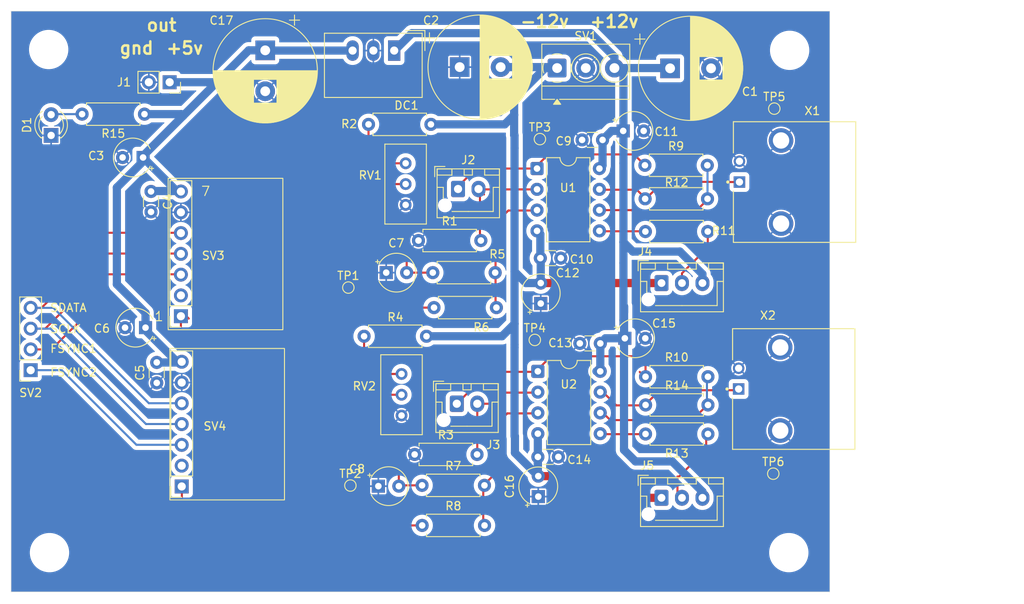
<source format=kicad_pcb>
(kicad_pcb (version 20241229) (generator "pcbnew") (generator_version "9.0")
  (title_block (comment 4 "AISLER Project ID: ZJXZEPLG"))
  (layers (0 "F.Cu" signal) (2 "B.Cu" signal) (13 "F.Paste" user) (15 "B.Paste" user) (5 "F.SilkS" user "F.Silkscreen") (7 "B.SilkS" user "B.Silkscreen") (1 "F.Mask" user) (3 "B.Mask" user) (25 "Edge.Cuts" user))
  (net 0 "")
  (net 1 "GND")
  (net 2 "Net-(U1B--)")
  (net 3 "Net-(U1B-+)")
  (net 4 "Net-(J3-Pin_1)")
  (net 5 "Net-(C7-Pad2)")
  (net 6 "Net-(U1A-+)")
  (net 7 "Net-(C8-Pad2)")
  (net 8 "Net-(J3-Pin_2)")
  (net 9 "Net-(J2-Pin_2)")
  (net 10 "Net-(J2-Pin_1)")
  (net 11 "Net-(J5-Pin_2)")
  (net 12 "Net-(J4-Pin_2)")
  (net 13 "Net-(U2B--)")
  (net 14 "Net-(U2B-+)")
  (net 15 "Net-(U2A-+)")
  (net 16 "/-12v")
  (net 17 "/+5v")
  (net 18 "/+12v")
  (net 19 "Net-(R12-Pad1)")
  (net 20 "Net-(SV2-Pin_2)")
  (net 21 "Net-(SV2-Pin_3)")
  (net 22 "Net-(SV2-Pin_4)")
  (net 23 "Net-(D1-A)")
  (net 24 "Net-(SV2-Pin_1)")
  (net 25 "Net-(R2-Pad2)")
  (net 26 "Net-(SV3-Pin_1)")
  (net 27 "Net-(SV4-Pin_1)")
  (net 30 "Net-(R4-Pad2)")
  (net 31 "Net-(R14-Pad1)")
  (footprint "Resistor_THT:R_Axial_DIN0207_L6.3mm_D2.5mm_P7.62mm_Horizontal" (layer "F.Cu") (at 147.8 123.7)
    (property "Reference" "R3")
    (property "Value" "330")
  )
  (footprint "Resistor_THT:R_Axial_DIN0207_L6.3mm_D2.5mm_P7.62mm_Horizontal" (layer "F.Cu") (at 149.785 83.35 180)
    (property "Reference" "R2")
    (property "Value" "680")
  )
  (footprint "Capacitor_THT:C_Disc_D3.0mm_W1.6mm_P2.50mm" (layer "F.Cu") (at 116.3 114.95 90)
    (property "Reference" "C5")
    (property "Value" "100nF")
  )
  (footprint "Capacitor_THT:C_Disc_D3.0mm_W1.6mm_P2.50mm" (layer "F.Cu") (at 115.6 91.55 -90)
    (property "Reference" "C4")
    (property "Value" "100nF")
  )
  (footprint "Capacitor_THT:CP_Radial_Tantal_D4.5mm_P2.50mm" (layer "F.Cu") (at 114.628856 87.4 180)
    (property "Reference" "C3")
    (property "Value" "10uF" (hide yes))
  )
  (footprint "TestPoint:TestPoint_Pad_D1.0mm" (layer "F.Cu") (at 191.725 81.425)
    (property "Reference" "TP5")
    (property "Value" "TestPoint_Small" (hide yes))
  )
  (footprint "TestPoint:TestPoint_Pad_D1.0mm" (layer "F.Cu") (at 139.7 103.3)
    (property "Reference" "TP1")
    (property "Value" "TestPoint_Small" (hide yes))
  )
  (footprint "Capacitor_THT:C_Disc_D3.0mm_W1.6mm_P2.50mm" (layer "F.Cu") (at 163.15 99.7)
    (property "Reference" "C10")
    (property "Value" "0.01uF" (hide yes))
  )
  (footprint "Capacitor_THT:CP_Radial_Tantal_D4.5mm_P2.50mm" (layer "F.Cu") (at 173.471144 109.5)
    (property "Reference" "C15")
    (property "Value" "2.2uF" (hide yes))
  )
  (footprint "Connector_JST:JST_XH_B3B-XH-AM_1x03_P2.50mm_Vertical" (layer "F.Cu") (at 177.95 129)
    (property "Reference" "J5")
    (property "Value" "offset")
  )
  (footprint "Resistor_THT:R_Axial_DIN0207_L6.3mm_D2.5mm_P7.62mm_Horizontal" (layer "F.Cu") (at 148.265 97.55)
    (property "Reference" "R1")
    (property "Value" "330")
  )
  (footprint "Capacitor_THT:CP_Radial_Tantal_D4.5mm_P2.50mm" (layer "F.Cu") (at 144.326144 101.475)
    (property "Reference" "C7")
    (property "Value" "10uF" (hide yes))
  )
  (footprint "TestPoint:TestPoint_Pad_D1.0mm" (layer "F.Cu") (at 139.95 127.5)
    (property "Reference" "TP2")
    (property "Value" "TestPoint_Small" (hide yes))
  )
  (footprint "TestPoint:TestPoint_Pad_D1.0mm" (layer "F.Cu") (at 163.1 85.15)
    (property "Reference" "TP3")
    (property "Value" "TestPoint_Small" (hide yes))
  )
  (footprint "TestPoint:TestPoint_Pad_D1.0mm" (layer "F.Cu") (at 191.6 126.05)
    (property "Reference" "TP6")
    (property "Value" "TestPoint_Small" (hide yes))
  )
  (footprint "Connector_JST:JST_XH_B3B-XH-AM_1x03_P2.50mm_Vertical" (layer "F.Cu") (at 177.95 102.75)
    (property "Reference" "J4")
    (property "Value" "offset")
  )
  (footprint "Potentiometer_THT:Potentiometer_Bourns_3296W_Vertical" (layer "F.Cu") (at 146.7 93.19 -90)
    (property "Reference" "RV1")
    (property "Value" "2k" (hide yes))
  )
  (footprint "Capacitor_THT:CP_Radial_D12.5mm_P5.00mm" (layer "F.Cu") (at 153.3 76.35)
    (property "Reference" "C2")
    (property "Value" "470uF")
  )
  (footprint "Capacitor_THT:CP_Radial_Tantal_D4.5mm_P2.50mm" (layer "F.Cu") (at 114.928856 108.2 180)
    (property "Reference" "C6")
    (property "Value" "10uF" (hide yes))
  )
  (footprint "Resistor_THT:R_Axial_DIN0207_L6.3mm_D2.5mm_P7.62mm_Horizontal" (layer "F.Cu") (at 148.715 132.375)
    (property "Reference" "R8")
    (property "Value" "1k")
  )
  (footprint "Capacitor_THT:CP_Radial_Tantal_D4.5mm_P2.50mm" (layer "F.Cu") (at 173.271144 84.15)
    (property "Reference" "C11")
    (property "Value" "2.2uF" (hide yes))
  )
  (footprint "Connector_JST:JST_XH_B2B-XH-AM_1x02_P2.50mm_Vertical" (layer "F.Cu") (at 153.1 91.25)
    (property "Reference" "J2")
    (property "Value" "Amplitude")
  )
  (footprint "BNC:LINX_CONBNC002" (layer "F.Cu") (at 192.45 115.7 90)
    (property "Reference" "X2")
    (property "Value" "CON2" (hide yes))
  )
  (footprint "Potentiometer_THT:Potentiometer_Bourns_3296W_Vertical" (layer "F.Cu") (at 146.2 118.94 -90)
    (property "Reference" "RV2")
    (property "Value" "2k" (hide yes))
  )
  (footprint "Converter_DCDC:Converter_DCDC_TRACO_TSR-1_THT" (layer "F.Cu") (at 145.3 74.33 180)
    (property "Reference" "DC1")
    (property "Value" "~")
  )
  (footprint "Capacitor_THT:CP_Radial_Tantal_D4.5mm_P2.50mm" (layer "F.Cu") (at 143.366144 127.575)
    (property "Reference" "C8")
    (property "Value" "10uF" (hide yes))
  )
  (footprint "Package_DIP:DIP-8_W7.62mm" (layer "F.Cu") (at 162.845 113.54)
    (property "Reference" "U2")
    (property "Value" "LM6172" (hide yes))
  )
  (footprint "TestPoint:TestPoint_Pad_D1.0mm" (layer "F.Cu") (at 162.475 109.7)
    (property "Reference" "TP4")
    (property "Value" "TestPoint_Small" (hide yes))
  )
  (footprint "Capacitor_THT:C_Disc_D3.0mm_W1.6mm_P2.50mm" (layer "F.Cu") (at 162.85 124)
    (property "Reference" "C14")
    (property "Value" "0.01uF" (hide yes))
  )
  (footprint "Capacitor_THT:CP_Radial_Tantal_D4.5mm_P2.50mm" (layer "F.Cu") (at 162.9 128.85 90)
    (property "Reference" "C16")
    (property "Value" "2.2uF" (hide yes))
  )
  (footprint "Connector_PinSocket_2.54mm:PinSocket_1x04_P2.54mm_Vertical" (layer "F.Cu") (at 100.9 113.4 180)
    (property "Reference" "SV2")
    (property "Value" "Conn_01x04_Socket" (hide yes))
  )
  (footprint "MountingHole:MountingHole_4.3mm_M4" (layer "F.Cu") (at 103.1 74.2)
    (property "Reference" "REF**" (hide yes))
    (property "Value" "MountingHole_4.3mm_M4" (hide yes))
  )
  (footprint "Resistor_THT:R_Axial_DIN0207_L6.3mm_D2.5mm_P7.62mm_Horizontal" (layer "F.Cu") (at 150.165 105.75)
    (property "Reference" "R6")
    (property "Value" "1k")
  )
  (footprint "Resistor_THT:R_Axial_DIN0207_L6.3mm_D2.5mm_P7.62mm_Horizontal" (layer "F.Cu") (at 175.95 92.45)
    (property "Reference" "R12")
    (property "Value" "1k")
  )
  (footprint "LED_THT:LED_D3.0mm" (layer "F.Cu") (at 103.4 84.7 90)
    (property "Reference" "D1")
    (property "Value" "LED")
  )
  (footprint "Resistor_THT:R_Axial_DIN0207_L6.3mm_D2.5mm_P7.62mm_Horizontal" (layer "F.Cu") (at 150.015 101.475)
    (property "Reference" "R5")
    (property "Value" "10k")
  )
  (footprint "Connector_PinSocket_2.54mm:PinSocket_1x07_P2.54mm_Vertical" (layer "F.Cu") (at 119.35 127.61 180)
    (property "Reference" "SV4")
    (property "Value" "Conn_01x07_Socket" (hide yes))
  )
  (footprint "MountingHole:MountingHole_4.3mm_M4" (layer "F.Cu") (at 193.6 74.3)
    (property "Reference" "REF**" (hide yes))
    (property "Value" "MountingHole_4.3mm_M4" (hide yes))
  )
  (footprint "BNC:LINX_CONBNC002" (layer "F.Cu") (at 192.55 90.4 90)
    (property "Reference" "X1")
    (property "Value" "CON1" (hide yes))
  )
  (footprint "Resistor_THT:R_Axial_DIN0207_L6.3mm_D2.5mm_P7.62mm_Horizontal" (layer "F.Cu") (at 176.005 117.65)
    (property "Reference" "R14")
    (property "Value" "1k")
  )
  (footprint "Connector_JST:JST_XH_B2B-XH-AM_1x02_P2.50mm_Vertical" (layer "F.Cu") (at 152.95 117.5)
    (property "Reference" "J3")
    (property "Value" "Amplitude")
  )
  (footprint "MountingHole:MountingHole_4.3mm_M4" (layer "F.Cu") (at 103.2 135.7)
    (property "Reference" "REF**" (hide yes))
    (property "Value" "MountingHole_4.3mm_M4" (hide yes))
  )
  (footprint "Connector_PinSocket_2.54mm:PinSocket_1x02_P2.54mm_Vertical" (layer "F.Cu") (at 117.875 78.2 -90)
    (property "Reference" "J1")
    (property "Value" "Conn_01x02_Socket" (hide yes))
  )
  (footprint "Package_DIP:DIP-8_W7.62mm" (layer "F.Cu") (at 162.745 88.75)
    (property "Reference" "U1")
    (property "Value" "LM6172" (hide yes))
  )
  (footprint "Capacitor_THT:CP_Radial_D12.5mm_P5.00mm" (layer "F.Cu") (at 129.55 74.3 -90)
    (property "Reference" "C17")
    (property "Value" "10uF")
  )
  (footprint "Resistor_THT:R_Axial_DIN0207_L6.3mm_D2.5mm_P7.62mm_Horizontal" (layer "F.Cu") (at 183.62 121.2 180)
    (property "Reference" "R13")
    (property "Value" "520")
  )
  (footprint "Resistor_THT:R_Axial_DIN0207_L6.3mm_D2.5mm_P7.62mm_Horizontal" (layer "F.Cu") (at 183.6 96.45 180)
    (property "Reference" "R11")
    (property "Value" "520")
  )
  (footprint "Capacitor_THT:CP_Radial_D12.5mm_P5.00mm" (layer "F.Cu") (at 179 76.5)
    (property "Reference" "C1")
    (property "Value" "470uF")
  )
  (footprint "Connector_PinSocket_2.54mm:PinSocket_1x07_P2.54mm_Vertical" (layer "F.Cu") (at 119.25 106.8 180)
    (property "Reference" "SV3")
    (property "Value" "Conn_01x07_Socket" (hide yes))
  )
  (footprint "Resistor_THT:R_Axial_DIN0207_L6.3mm_D2.5mm_P7.62mm_Horizontal" (layer "F.Cu") (at 149.245 109.25 180)
    (property "Reference" "R4")
    (property "Value" "680")
  )
  (footprint "Capacitor_THT:C_Disc_D3.0mm_W1.6mm_P2.50mm" (layer "F.Cu") (at 170.75 85.25 180)
    (property "Reference" "C9")
    (property "Value" "0.01uF" (hide yes))
  )
  (footprint "Resistor_THT:R_Axial_DIN0207_L6.3mm_D2.5mm_P7.62mm_Horizontal" (layer "F.Cu") (at 148.705 127.475)
    (property "Reference" "R7")
    (property "Value" "10k")
  )
  (footprint "TerminalBlock_MetzConnect:TerminalBlock_MetzConnect_Type059_RT06303HBWC_1x03_P3.50mm_Horizontal" (layer "F.Cu") (at 165.2 76.4675)
    (property "Reference" "SV1")
    (property "Value" "TERM-3")
  )
  (footprint "Resistor_THT:R_Axial_DIN0207_L6.3mm_D2.5mm_P7.62mm_Horizontal" (layer "F.Cu") (at 176 114.2)
    (property "Reference" "R10")
    (property "Value" "1k")
  )
  (footprint "MountingHole:MountingHole_4.3mm_M4" (layer "F.Cu") (at 193.5 135.7)
    (property "Reference" "REF**" (hide yes))
    (property "Value" "MountingHole_4.3mm_M4" (hide yes))
  )
  (footprint "Capacitor_THT:C_Disc_D3.0mm_W1.6mm_P2.50mm" (layer "F.Cu") (at 170.475 110.125 180)
    (property "Reference" "C13")
    (property "Value" "0.01uF" (hide yes))
  )
  (footprint "Resistor_THT:R_Axial_DIN0207_L6.3mm_D2.5mm_P7.62mm_Horizontal" (layer "F.Cu") (at 183.545 88.35 180)
    (property "Reference" "R9")
    (property "Value" "1k")
  )
  (footprint "Capacitor_THT:CP_Radial_Tantal_D4.5mm_P2.50mm" (layer "F.Cu") (at 163.2 105.25 90)
    (property "Reference" "C12")
    (property "Value" "2.2uF" (hide yes))
  )
  (footprint "Resistor_THT:R_Axial_DIN0207_L6.3mm_D2.5mm_P7.62mm_Horizontal" (layer "F.Cu") (at 114.8 82.1 180)
    (property "Reference" "R15")
    (property "Value" "330")
  )
  (gr_rect (start 117.698856 89.945) (end 131.7 108.455) (stroke (width 0.12)) (fill no) (layer "F.SilkS"))
  (gr_rect (start 117.898856 110.745) (end 131.9 129.255) (stroke (width 0.12)) (fill no) (layer "F.SilkS"))
  (gr_line (start 98.5011 69.5036) (end 98.5011 140.5036) (stroke (width 0.05)) (layer "Edge.Cuts"))
  (gr_line (start 198.5011 140.5036) (end 198.5011 69.5036) (stroke (width 0.05)) (layer "Edge.Cuts"))
  (gr_line (start 98.5011 140.5036) (end 198.5011 140.5036) (stroke (width 0.05)) (layer "Edge.Cuts"))
  (gr_line (start 198.5011 69.5036) (end 98.5011 69.5036) (stroke (width 0.05)) (layer "Edge.Cuts"))
  (gr_text "FGControl v1.0" (at 134.3 137.9 0) (layer "F.Cu") (effects (font (size 1.5 1.5) (thickness 0.3) (bold yes)) (justify left bottom)))
  (gr_text "1" (at 117.2 107.5 0) (layer "F.SilkS") (effects (font (size 1.143 1.143) (thickness 0.127)) (justify right bottom)))
  (gr_text "-12v" (at 160.55 71.648856 0) (layer "F.SilkS") (effects (font (size 1.5 1.5) (thickness 0.3) (bold yes)) (justify left bottom)))
  (gr_text "FSYNC2" (at 103.2 114.251144 0) (layer "F.SilkS") (effects (font (size 1 1)) (justify left bottom)))
  (gr_text "FSYNC1" (at 103.2 111.351144 0) (layer "F.SilkS") (effects (font (size 1 1)) (justify left bottom)))
  (gr_text "+5v" (at 117.3 74.9 0) (layer "F.SilkS") (effects (font (size 1.5 1.5) (thickness 0.3) (bold yes)) (justify left bottom)))
  (gr_text "out" (at 114.9 72.1 0) (layer "F.SilkS") (effects (font (size 1.5 1.5) (thickness 0.3) (bold yes)) (justify left bottom)))
  (gr_text "7" (at 122.9 92.2 0) (layer "F.SilkS") (effects (font (size 1.143 1.143) (thickness 0.127)) (justify right bottom)))
  (gr_text "+12v" (at 169.05 71.65 0) (layer "F.SilkS") (effects (font (size 1.5 1.5) (thickness 0.3) (bold yes)) (justify left bottom)))
  (gr_text "gnd" (at 111.6 74.9 0) (layer "F.SilkS") (effects (font (size 1.5 1.5) (thickness 0.3) (bold yes)) (justify left bottom)))
  (gr_text "SDATA" (at 103.2 106.351144 0) (layer "F.SilkS") (effects (font (size 1 1)) (justify left bottom)))
  (gr_text "SCLK" (at 103.2 108.951144 0) (layer "F.SilkS") (effects (font (size 1 1)) (justify left bottom)))
  (segment (start 192.95 120.05) (end 193 120.1) (width 0.25) (layer "F.Cu") (net 1))
  (segment (start 174.305 93.83) (end 174.8 94.325) (width 0.25) (layer "F.Cu") (net 2))
  (segment (start 183.66 92.45) (end 183.57 92.36) (width 0.25) (layer "F.Cu") (net 2))
  (segment (start 170.365 93.83) (end 174.305 93.83) (width 0.25) (layer "F.Cu") (net 2))
  (segment (start 174.8 94.325) (end 181.785 94.325) (width 0.25) (layer "F.Cu") (net 2))
  (segment (start 181.785 94.325) (end 183.66 92.45) (width 0.25) (layer "F.Cu") (net 2))
  (segment (start 183.57 89.25) (end 183.57 92.36) (width 0.25) (layer "B.Cu") (net 2))
  (segment (start 171.02 96.42) (end 176.16 96.42) (width 0.25) (layer "F.Cu") (net 3))
  (segment (start 176.16 96.42) (end 176.19 96.45) (width 0.25) (layer "F.Cu") (net 3))
  (segment (start 174.85 111.7) (end 164.45 111.7) (width 0.25) (layer "F.Cu") (net 4))
  (segment (start 175.88 114.2) (end 175.29 113.61) (width 0.25) (layer "F.Cu") (net 4))
  (segment (start 176 112.85) (end 174.85 111.7) (width 0.25) (layer "F.Cu") (net 4))
  (segment (start 156.85 113.6) (end 163.25 113.6) (width 0.25) (layer "F.Cu") (net 4))
  (segment (start 162.845 113.54) (end 162.845 113.305) (width 0.25) (layer "F.Cu") (net 4))
  (segment (start 176 114.2) (end 176 112.85) (width 0.25) (layer "F.Cu") (net 4))
  (segment (start 164.35 111.8) (end 164.45 111.7) (width 0.25) (layer "F.Cu") (net 4))
  (segment (start 152.95 117.5) (end 156.85 113.6) (width 0.25) (layer "F.Cu") (net 4))
  (segment (start 162.845 113.305) (end 164.35 111.8) (width 0.25) (layer "F.Cu") (net 4))
  (segment (start 164.35 111.575) (end 164.35 111.8) (width 0.25) (layer "F.Cu") (net 4))
  (segment (start 162.475 109.7) (end 164.35 111.575) (width 0.25) (layer "F.Cu") (net 4))
  (segment (start 144.85 90.65) (end 146.7 90.65) (width 0.25) (layer "F.Cu") (net 5))
  (segment (start 143.4 92.1) (end 144.85 90.65) (width 0.25) (layer "F.Cu") (net 5))
  (segment (start 146.826144 99.151144) (end 143.4 95.725) (width 0.25) (layer "F.Cu") (net 5))
  (segment (start 143.4 95.725) (end 143.4 92.1) (width 0.25) (layer "F.Cu") (net 5))
  (segment (start 146.826144 101.475) (end 146.826144 99.151144) (width 0.25) (layer "F.Cu") (net 5))
  (segment (start 146.826144 101.475) (end 150.015 101.475) (width 0.25) (layer "F.Cu") (net 5))
  (segment (start 157.68 95.445) (end 157.68 101.5) (width 0.25) (layer "F.Cu") (net 6))
  (segment (start 159.245 93.88) (end 157.68 95.445) (width 0.25) (layer "F.Cu") (net 6))
  (segment (start 157.68 105.69) (end 157.74 105.75) (width 0.25) (layer "F.Cu") (net 6))
  (segment (start 157.68 101.5) (end 157.68 105.69) (width 0.25) (layer "F.Cu") (net 6))
  (segment (start 163.4 93.88) (end 159.245 93.88) (width 0.25) (layer "F.Cu") (net 6))
  (segment (start 144.1 116.4) (end 143.05 117.45) (width 0.25) (layer "F.Cu") (net 7))
  (segment (start 145.866144 127.575) (end 145.866144 125.166144) (width 0.25) (layer "F.Cu") (net 7))
  (segment (start 145.966144 127.475) (end 145.866144 127.575) (width 0.25) (layer "F.Cu") (net 7))
  (segment (start 143.05 117.45) (end 143.05 121.9) (width 0.25) (layer "F.Cu") (net 7))
  (segment (start 145.866144 125.166144) (end 143.05 122.35) (width 0.25) (layer "F.Cu") (net 7))
  (segment (start 143.05 122.35) (end 143.05 121.9) (width 0.25) (layer "F.Cu") (net 7))
  (segment (start 143.05 121.9) (end 143.05 122.388856) (width 0.25) (layer "F.Cu") (net 7))
  (segment (start 148.705 127.475) (end 145.966144 127.475) (width 0.25) (layer "F.Cu") (net 7))
  (segment (start 146.2 116.4) (end 144.1 116.4) (width 0.25) (layer "F.Cu") (net 7))
  (segment (start 155.45 117.5) (end 155.45 123.68) (width 0.25) (layer "F.Cu") (net 8))
  (segment (start 157.1 117.5) (end 155.45 117.5) (width 0.25) (layer "F.Cu") (net 8))
  (segment (start 158.46 116.14) (end 157.1 117.5) (width 0.25) (layer "F.Cu") (net 8))
  (segment (start 155.45 123.68) (end 155.52 123.75) (width 0.25) (layer "F.Cu") (net 8))
  (segment (start 163.25 116.14) (end 158.46 116.14) (width 0.25) (layer "F.Cu") (net 8))
  (segment (start 156.27 91.92) (end 155.6 91.25) (width 0.25) (layer "F.Cu") (net 9))
  (segment (start 163.36 91.3) (end 163.4 91.34) (width 0.25) (layer "F.Cu") (net 9))
  (segment (start 155.775 97.255) (end 155.775 91.625) (width 0.25) (layer "F.Cu") (net 9))
  (segment (start 156.2 91.3) (end 163.36 91.3) (width 0.25) (layer "F.Cu") (net 9))
  (segment (start 156.2 91.45) (end 156.26 91.51) (width 0.25) (layer "F.Cu") (net 9))
  (segment (start 156.2 91.3) (end 156.2 91.45) (width 0.25) (layer "F.Cu") (net 9))
  (segment (start 162.745 88.405) (end 164.126 87.024) (width 0.25) (layer "F.Cu") (net 10))
  (segment (start 153.7 90.35) (end 153.7 90.45) (width 0.25) (layer "F.Cu") (net 10))
  (segment (start 163.1 85.15) (end 163.1 85.998) (width 0.25) (layer "F.Cu") (net 10))
  (segment (start 164.126 87.024) (end 174.599 87.024) (width 0.25) (layer "F.Cu") (net 10))
  (segment (start 163.1 85.998) (end 164.126 87.024) (width 0.25) (layer "F.Cu") (net 10))
  (segment (start 153.1 91.25) (end 153.1 91.05) (width 0.25) (layer "F.Cu") (net 10))
  (segment (start 153.7 90.45) (end 153.7 91.3) (width 0.25) (layer "F.Cu") (net 10))
  (segment (start 174.599 87.024) (end 175.925 88.35) (width 0.25) (layer "F.Cu") (net 10))
  (segment (start 153.1 91.05) (end 153.7 90.45) (width 0.25) (layer "F.Cu") (net 10))
  (segment (start 162.745 88.75) (end 155.3 88.75) (width 0.25) (layer "F.Cu") (net 10))
  (segment (start 155.3 88.75) (end 153.7 90.35) (width 0.25) (layer "F.Cu") (net 10))
  (segment (start 162.745 88.75) (end 162.745 88.405) (width 0.25) (layer "F.Cu") (net 10))
  (segment (start 183.41 122.81) (end 183.41 121.2) (width 0.25) (layer "F.Cu") (net 11))
  (segment (start 183.55 122.95) (end 183.41 122.81) (width 0.25) (layer "F.Cu") (net 11))
  (segment (start 180.1 126.4) (end 183.55 122.95) (width 0.25) (layer "F.Cu") (net 11))
  (segment (start 179.9 126.4) (end 180.1 126.4) (width 0.25) (layer "F.Cu") (net 11))
  (segment (start 179.9 129.1) (end 179.9 126.4) (width 0.25) (layer "F.Cu") (net 11))
  (segment (start 183.6 96.45) (end 183.6 98.4) (width 0.25) (layer "F.Cu") (net 12))
  (segment (start 180.45 101.55) (end 183.575 98.425) (width 0.25) (layer "F.Cu") (net 12))
  (segment (start 180.45 102.75) (end 180.45 101.55) (width 0.25) (layer "F.Cu") (net 12))
  (segment (start 171.69 119.5) (end 181.7 119.5) (width 0.25) (layer "F.Cu") (net 13))
  (segment (start 181.7 119.5) (end 183.5 117.7) (width 0.25) (layer "F.Cu") (net 13))
  (segment (start 170.87 118.68) (end 171.69 119.5) (width 0.25) (layer "F.Cu") (net 13))
  (segment (start 183.5 114.2) (end 183.5 117.7) (width 0.25) (layer "B.Cu") (net 13))
  (segment (start 170.87 121.22) (end 175.77 121.22) (width 0.25) (layer "F.Cu") (net 14))
  (segment (start 175.77 121.22) (end 175.79 121.2) (width 0.25) (layer "F.Cu") (net 14))
  (segment (start 158.15 119.65) (end 158.15 125.53) (width 0.25) (layer "F.Cu") (net 15))
  (segment (start 163.25 118.68) (end 159.12 118.68) (width 0.25) (layer "F.Cu") (net 15))
  (segment (start 159.12 118.68) (end 158.15 119.65) (width 0.25) (layer "F.Cu") (net 15))
  (segment (start 158.15 125.53) (end 156.18 127.5) (width 0.25) (layer "F.Cu") (net 15))
  (segment (start 156.18 127.5) (end 156.18 132.39) (width 0.25) (layer "F.Cu") (net 15))
  (segment (start 156.18 132.39) (end 156.19 132.4) (width 0.25) (layer "F.Cu") (net 15))
  (segment (start 167.95 129) (end 177.95 129) (width 1) (layer "F.Cu") (net 16))
  (segment (start 162.9 126.35) (end 165.3 126.35) (width 1) (layer "F.Cu") (net 16))
  (segment (start 165.3 126.35) (end 167.95 129) (width 1) (layer "F.Cu") (net 16))
  (segment (start 163.2 102.75) (end 177.95 102.75) (width 1) (layer "F.Cu") (net 16))
  (segment (start 160 101.35) (end 160 107.725) (width 1) (layer "B.Cu") (net 16))
  (segment (start 162.845 123.995) (end 162.85 124) (width 1) (layer "B.Cu") (net 16))
  (segment (start 161.4 102.75) (end 160 101.35) (width 1) (layer "B.Cu") (net 16))
  (segment (start 163.2 99.75) (end 163.15 99.7) (width 1) (layer "B.Cu") (net 16))
  (segment (start 162.85 124) (end 162.85 126.3) (width 1) (layer "B.Cu") (net 16))
  (segment (start 162.85 126.3) (end 162.9 126.35) (width 1) (layer "B.Cu") (net 16))
  (segment (start 163.15 99.7) (end 163.15 96.775) (width 1) (layer "B.Cu") (net 16))
  (segment (start 160 110.275) (end 160 110.628856) (width 1) (layer "B.Cu") (net 16))
  (segment (start 160 107.725) (end 160 110.275) (width 1) (layer "B.Cu") (net 16))
  (segment (start 163.2 102.75) (end 163.2 99.75) (width 1) (layer "B.Cu") (net 16))
  (segment (start 160 110.628856) (end 160 121.44) (width 1) (layer "B.Cu") (net 16))
  (segment (start 160 84.7) (end 160 86.25) (width 1) (layer "B.Cu") (net 16))
  (segment (start 158.8 83.35) (end 159.95 82.2) (width 1) (layer "B.Cu") (net 16))
  (segment (start 149.785 83.35) (end 158.8 83.35) (width 1) (layer "B.Cu") (net 16))
  (segment (start 165.1325 76.4) (end 165.2 76.4675) (width 1) (layer "B.Cu") (net 16))
  (segment (start 165.1675 76.5) (end 165.2 76.4675) (width 1) (layer "B.Cu") (net 16))
  (segment (start 163.7325 76.4675) (end 159.95 80.25) (width 1) (layer "B.Cu") (net 16))
  (segment (start 165.2 76.4675) (end 163.7325 76.4675) (width 1) (layer "B.Cu") (net 16))
  (segment (start 162.85 124) (end 162.85 125) (width 1) (layer "B.Cu") (net 16))
  (segment (start 158.475 109.25) (end 160 107.725) (width 1) (layer "B.Cu") (net 16))
  (segment (start 159.95 80.25) (end 159.95 82.2) (width 1) (layer "B.Cu") (net 16))
  (segment (start 162.9 126.35) (end 160.05 123.5) (width 1) (layer "B.Cu") (net 16))
  (segment (start 163.15 96.775) (end 162.745 96.37) (width 1) (layer "B.Cu") (net 16))
  (segment (start 159.95 84.65) (end 160 84.7) (width 1) (layer "B.Cu") (net 16))
  (segment (start 163.2 102.75) (end 161.4 102.75) (width 1) (layer "B.Cu") (net 16))
  (segment (start 158.3 76.35) (end 165.0825 76.35) (width 1) (layer "B.Cu") (net 16))
  (segment (start 165.0825 76.35) (end 165.2 76.4675) (width 1) (layer "B.Cu") (net 16))
  (segment (start 159.95 82.2) (end 159.95 84.65) (width 1) (layer "B.Cu") (net 16))
  (segment (start 160 86.25) (end 160 101.35) (width 1) (layer "B.Cu") (net 16))
  (segment (start 160.05 121.49) (end 160 121.44) (width 1) (layer "B.Cu") (net 16))
  (segment (start 162.845 121.16) (end 162.845 123.995) (width 1) (layer "B.Cu") (net 16))
  (segment (start 160.05 123.5) (end 160.05 121.49) (width 1) (layer "B.Cu") (net 16))
  (segment (start 149.245 109.25) (end 158.475 109.25) (width 1) (layer "B.Cu") (net 16))
  (segment (start 115.6 91.5) (end 119.28 91.5) (width 1) (layer "B.Cu") (net 17))
  (segment (start 114.928856 106.4) (end 111.428856 102.9) (width 1) (layer "B.Cu") (net 17))
  (segment (start 116.3 112.46) (end 119.268856 112.46) (width 1) (layer "B.Cu") (net 17))
  (segment (start 119.515 82.315) (end 123.63 78.2) (width 1) (layer "B.Cu") (net 17))
  (segment (start 127.53 74.3) (end 123.63 78.2) (width 1) (layer "B.Cu") (net 17))
  (segment (start 117.875 78.2) (end 123.63 78.2) (width 1) (layer "B.Cu") (net 17))
  (segment (start 111.428856 102.9) (end 111.428856 91.071262) (width 1) (layer "B.Cu") (net 17))
  (segment (start 114.8 82.1) (end 119.3 82.1) (width 1) (layer "B.Cu") (net 17))
  (segment (start 114.628856 87.201144) (end 119.515 82.315) (width 1) (layer "B.Cu") (net 17))
  (segment (start 114.928856 108.2) (end 114.928856 106.4) (width 1) (layer "B.Cu") (net 17))
  (segment (start 111.428856 91.071262) (end 111.500059 91.000059) (width 1) (layer "B.Cu") (net 17))
  (segment (start 119.268856 112.46) (end 119.368856 112.36) (width 1) (layer "B.Cu") (net 17))
  (segment (start 140.22 74.33) (end 129.58 74.33) (width 1) (layer "B.Cu") (net 17))
  (segment (start 114.928856 108.2) (end 114.928856 108.528856) (width 1) (layer "B.Cu") (net 17))
  (segment (start 119.3 82.1) (end 119.515 82.315) (width 1) (layer "B.Cu") (net 17))
  (segment (start 119.3 91.52) (end 118.748856 91.52) (width 1) (layer "B.Cu") (net 17))
  (segment (start 129.55 74.3) (end 127.53 74.3) (width 1) (layer "B.Cu") (net 17))
  (segment (start 119.28 91.5) (end 119.3 91.52) (width 1) (layer "B.Cu") (net 17))
  (segment (start 114.928856 108.528856) (end 118.76 112.36) (width 1) (layer "B.Cu") (net 17))
  (segment (start 129.58 74.33) (end 129.55 74.3) (width 1) (layer "B.Cu") (net 17))
  (segment (start 118.748856 91.52) (end 114.628856 87.4) (width 1) (layer "B.Cu") (net 17))
  (segment (start 114.628856 87.871263) (end 111.500059 91.000059) (width 1) (layer "B.Cu") (net 17))
  (segment (start 114.628856 87.4) (end 114.628856 87.871263) (width 1) (layer "B.Cu") (net 17))
  (segment (start 129.35 74.55) (end 129.05 74.25) (width 1) (layer "B.Cu") (net 17))
  (segment (start 114.628856 87.4) (end 114.628856 87.201144) (width 1) (layer "B.Cu") (net 17))
  (segment (start 173.378856 105.6) (end 173.378856 109.492288) (width 1) (layer "B.Cu") (net 18))
  (segment (start 173.3 88.1) (end 173.3 97.75) (width 1) (layer "B.Cu") (net 18))
  (segment (start 173.271144 84.15) (end 171.85 84.15) (width 1) (layer "B.Cu") (net 18))
  (segment (start 179.25 124.55) (end 174.771144 124.55) (width 1) (layer "B.Cu") (net 18))
  (segment (start 173.3 107.3) (end 173.3 107.9) (width 1) (layer "B.Cu") (net 18))
  (segment (start 174.771144 124.55) (end 173.371144 123.15) (width 1) (layer "B.Cu") (net 18))
  (segment (start 171 85.2) (end 171.02 85.22) (width 1) (layer "B.Cu") (net 18))
  (segment (start 180.2 98.9) (end 174.45 98.9) (width 1) (layer "B.Cu") (net 18))
  (segment (start 172.2 76.4675) (end 172.5675 76.4675) (width 1) (layer "B.Cu") (net 18))
  (segment (start 173.378856 109.492288) (end 173.371144 109.5) (width 1) (layer "B.Cu") (net 18))
  (segment (start 174.45 98.9) (end 173.3 97.75) (width 1) (layer "B.Cu") (net 18))
  (segment (start 173.3 97.75) (end 173.3 100.3) (width 1) (layer "B.Cu") (net 18))
  (segment (start 172.2 76.4675) (end 178.9675 76.4675) (width 1) (layer "B.Cu") (net 18))
  (segment (start 173.371144 108.6) (end 173.371144 109.5) (width 1) (layer "B.Cu") (net 18))
  (segment (start 169.3 72.2) (end 172.2 75.1) (width 1) (layer "B.Cu") (net 18))
  (segment (start 182.95 102.75) (end 182.95 101.65) (width 1) (layer "B.Cu") (net 18))
  (segment (start 173.3 82.94) (end 173.3 88.1) (width 1) (layer "B.Cu") (net 18))
  (segment (start 182.95 129) (end 182.95 128.25) (width 1) (layer "B.Cu") (net 18))
  (segment (start 145.34 74.33) (end 147.47 72.2) (width 1) (layer "B.Cu") (net 18))
  (segment (start 147.47 72.2) (end 169.3 72.2) (width 1) (layer "B.Cu") (net 18))
  (segment (start 170.75 88.365) (end 170.365 88.75) (width 1) (layer "B.Cu") (net 18))
  (segment (start 171.1 109.5) (end 170.475 110.125) (width 1) (layer "B.Cu") (net 18))
  (segment (start 178.9675 76.4675) (end 179 76.5) (width 1) (layer "B.Cu") (net 18))
  (segment (start 170 113.53) (end 170.02 113.55) (width 1) (layer "B.Cu") (net 18))
  (segment (start 173.3 100.3) (end 173.3 107.3) (width 1) (layer "B.Cu") (net 18))
  (segment (start 173.3 77.2) (end 173.3 82.94) (width 1) (layer "B.Cu") (net 18))
  (segment (start 170.75 85.25) (end 170.75 88.365) (width 1) (layer "B.Cu") (net 18))
  (segment (start 172.2 76.4675) (end 172.2 75.1) (width 1) (layer "B.Cu") (net 18))
  (segment (start 182.95 101.65) (end 180.2 98.9) (width 1) (layer "B.Cu") (net 18))
  (segment (start 170.475 113.53) (end 170.465 113.54) (width 1) (layer "B.Cu") (net 18))
  (segment (start 171.85 84.15) (end 170.75 85.25) (width 1) (layer "B.Cu") (net 18))
  (segment (start 170.72 85.2) (end 171 85.2) (width 1) (layer "B.Cu") (net 18))
  (segment (start 173.371144 109.5) (end 173.371144 122.95) (width 1) (layer "B.Cu") (net 18))
  (segment (start 172.5675 76.4675) (end 173.3 77.2) (width 1) (layer "B.Cu") (net 18))
  (segment (start 182.95 128.25) (end 179.25 124.55) (width 1) (layer "B.Cu") (net 18))
  (segment (start 173.371144 123.15) (end 173.371144 122.95) (width 1) (layer "B.Cu") (net 18))
  (segment (start 173.471144 109.5) (end 171.1 109.5) (width 1) (layer "B.Cu") (net 18))
  (segment (start 173.378856 106.321144) (end 173.378856 105.6) (width 1) (layer "B.Cu") (net 18))
  (segment (start 170.475 110.125) (end 170.475 113.53) (width 1) (layer "B.Cu") (net 18))
  (segment (start 171.02 91.34) (end 174.93 91.34) (width 0.25) (layer "F.Cu") (net 19))
  (segment (start 185.85 83.275) (end 187.7 81.425) (width 0.25) (layer "F.Cu") (net 19))
  (segment (start 185.475 90.375) (end 185.5 90.4) (width 0.25) (layer "F.Cu") (net 19))
  (segment (start 178.115 90.375) (end 185.05 90.375) (width 0.25) (layer "F.Cu") (net 19))
  (segment (start 187.7 81.425) (end 191.725 81.425) (width 0.25) (layer "F.Cu") (net 19))
  (segment (start 174.93 91.34) (end 176.04 92.45) (width 0.25) (layer "F.Cu") (net 19))
  (segment (start 185.5 90.4) (end 187.47 90.4) (width 0.25) (layer "F.Cu") (net 19))
  (segment (start 185.85 89.575) (end 185.85 83.275) (width 0.25) (layer "F.Cu") (net 19))
  (segment (start 185.05 90.375) (end 185.85 89.575) (width 0.25) (layer "F.Cu") (net 19))
  (segment (start 176.04 92.45) (end 178.115 90.375) (width 0.25) (layer "F.Cu") (net 19))
  (segment (start 185.05 90.375) (end 185.475 90.375) (width 0.25) (layer "F.Cu") (net 19))
  (segment (start 103.36 110.86) (end 100.9 110.86) (width 0.25) (layer "F.Cu") (net 20))
  (segment (start 119.3 101.68) (end 107.82 101.68) (width 0.25) (layer "F.Cu") (net 20))
  (segment (start 107.82 101.68) (end 107 102.5) (width 0.25) (layer "F.Cu") (net 20))
  (segment (start 107 102.5) (end 107 107.3) (width 0.25) (layer "F.Cu") (net 20))
  (segment (start 103.4 110.9) (end 103.36 110.86) (width 0.25) (layer "F.Cu") (net 20))
  (segment (start 107 107.3) (end 103.4 110.9) (width 0.25) (layer "F.Cu") (net 20))
  (segment (start 105.1 102.4) (end 105.1 105.9) (width 0.25) (layer "F.Cu") (net 21))
  (segment (start 105.1 105.9) (end 102.68 108.32) (width 0.25) (layer "F.Cu") (net 21))
  (segment (start 119.3 99.14) (end 108.36 99.14) (width 0.25) (layer "F.Cu") (net 21))
  (segment (start 102.68 108.32) (end 100.9 108.32) (width 0.25) (layer "F.Cu") (net 21))
  (segment (start 108.36 99.14) (end 105.1 102.4) (width 0.25) (layer "F.Cu") (net 21))
  (segment (start 103.3 108.3) (end 103.28 108.32) (width 0.25) (layer "B.Cu") (net 21))
  (segment (start 103.28 108.32) (end 100.9 108.32) (width 0.25) (layer "B.Cu") (net 21))
  (segment (start 114.98 119.98) (end 103.3 108.3) (width 0.25) (layer "B.Cu") (net 21))
  (segment (start 119.368856 119.98) (end 114.98 119.98) (width 0.25) (layer "B.Cu") (net 21))
  (segment (start 108.4 96.6) (end 103.6 101.4) (width 0.25) (layer "F.Cu") (net 22))
  (segment (start 102.2 105.8) (end 102.18 105.78) (width 0.25) (layer "F.Cu") (net 22))
  (segment (start 108.4 96.6) (end 119.3 96.6) (width 0.25) (layer "F.Cu") (net 22))
  (segment (start 103.6 104.4) (end 102.2 105.8) (width 0.25) (layer "F.Cu") (net 22))
  (segment (start 103.6 101.4) (end 103.6 104.4) (width 0.25) (layer "F.Cu") (net 22))
  (segment (start 102.18 105.78) (end 100.9 105.78) (width 0.25) (layer "F.Cu") (net 22))
  (segment (start 115.34 117.44) (end 103.68 105.78) (width 0.25) (layer "B.Cu") (net 22))
  (segment (start 119.368856 117.44) (end 115.34 117.44) (width 0.25) (layer "B.Cu") (net 22))
  (segment (start 119.388856 117.42) (end 119.368856 117.44) (width 0.25) (layer "B.Cu") (net 22))
  (segment (start 103.68 105.78) (end 100.9 105.78) (width 0.25) (layer "B.Cu") (net 22))
  (segment (start 107.18 82.1) (end 103.46 82.1) (width 0.25) (layer "B.Cu") (net 23))
  (segment (start 103.46 82.1) (end 103.4 82.16) (width 0.25) (layer "B.Cu") (net 23))
  (segment (start 113.82 122.52) (end 104.7 113.4) (width 0.25) (layer "B.Cu") (net 24))
  (segment (start 119.368856 122.52) (end 113.82 122.52) (width 0.25) (layer "B.Cu") (net 24))
  (segment (start 104.7 113.4) (end 100.9 113.4) (width 0.25) (layer "B.Cu") (net 24))
  (segment (start 143.935 88.11) (end 146.7 88.11) (width 0.25) (layer "F.Cu") (net 25))
  (segment (start 142.165 86.34) (end 143.935 88.11) (width 0.25) (layer "F.Cu") (net 25))
  (segment (start 142.165 83.35) (end 142.165 86.34) (width 0.25) (layer "F.Cu") (net 25))
  (segment (start 120.6 109.7) (end 135.5 109.7) (width 0.25) (layer "F.Cu") (net 26))
  (segment (start 139.45 105.75) (end 139.65 105.75) (width 0.25) (layer "F.Cu") (net 26))
  (segment (start 139.7 105.7) (end 139.65 105.75) (width 0.25) (layer "F.Cu") (net 26))
  (segment (start 139.75 105.75) (end 139.7 105.7) (width 0.25) (layer "F.Cu") (net 26))
  (segment (start 119.25 106.8) (end 119.25 108.35) (width 0.25) (layer "F.Cu") (net 26))
  (segment (start 150.165 105.75) (end 139.75 105.75) (width 0.25) (layer "F.Cu") (net 26))
  (segment (start 119.25 108.35) (end 120.6 109.7) (width 0.25) (layer "F.Cu") (net 26))
  (segment (start 139.7 103.3) (end 139.7 105.7) (width 0.25) (layer "F.Cu") (net 26))
  (segment (start 135.5 109.7) (end 139.45 105.75) (width 0.25) (layer "F.Cu") (net 26))
  (segment (start 120.210572 107.089428) (end 119.881144 106.76) (width 0.25) (layer "F.Cu") (net 26))
  (segment (start 119.881144 106.76) (end 119.3 106.76) (width 0.25) (layer "F.Cu") (net 26))
  (segment (start 141.475 132.375) (end 141.3125 132.2125) (width 0.25) (layer "F.Cu") (net 27))
  (segment (start 119.368856 127.6) (end 119.368856 129.068856) (width 0.25) (layer "F.Cu") (net 27))
  (segment (start 119.368856 129.068856) (end 121.1 130.8) (width 0.25) (layer "F.Cu") (net 27))
  (segment (start 139.95 127.5) (end 139.95 130.75) (width 0.25) (layer "F.Cu") (net 27))
  (segment (start 139.95 130.75) (end 139.9 130.8) (width 0.25) (layer "F.Cu") (net 27))
  (segment (start 121.1 130.8) (end 139.9 130.8) (width 0.25) (layer "F.Cu") (net 27))
  (segment (start 141.5 132.4) (end 141.3125 132.2125) (width 0.25) (layer "F.Cu") (net 27))
  (segment (start 148.715 132.375) (end 141.475 132.375) (width 0.25) (layer "F.Cu") (net 27))
  (segment (start 141.3125 132.2125) (end 139.9 130.8) (width 0.25) (layer "F.Cu") (net 27))
  (segment (start 141.625 109.25) (end 141.625 111.975) (width 0.25) (layer "F.Cu") (net 30))
  (segment (start 141.625 111.975) (end 143.51 113.86) (width 0.25) (layer "F.Cu") (net 30))
  (segment (start 143.51 113.86) (end 146.2 113.86) (width 0.25) (layer "F.Cu") (net 30))
  (segment (start 184.525 115.85) (end 177.73 115.85) (width 0.25) (layer "F.Cu") (net 31))
  (segment (start 187.1 115.85) (end 186.2 115.85) (width 0.25) (layer "F.Cu") (net 31))
  (segment (start 185.325 122.7) (end 185.325 116.65) (width 0.25) (layer "F.Cu") (net 31))
  (segment (start 170.87 116.14) (end 172.43 117.7) (width 0.25) (layer "F.Cu") (net 31))
  (segment (start 185.325 116.65) (end 184.525 115.85) (width 0.25) (layer "F.Cu") (net 31))
  (segment (start 172.43 117.7) (end 175.88 117.7) (width 0.25) (layer "F.Cu") (net 31))
  (segment (start 186.2 115.85) (end 184.525 115.85) (width 0.25) (layer "F.Cu") (net 31))
  (segment (start 177.73 115.85) (end 175.88 117.7) (width 0.25) (layer "F.Cu") (net 31))
  (segment (start 188.675 126.05) (end 185.325 122.7) (width 0.25) (layer "F.Cu") (net 31))
  (segment (start 191.6 126.05) (end 188.675 126.05) (width 0.25) (layer "F.Cu") (net 31))
  (zone (net 1) (net_name "GND") (layer "B.Cu") (name "GND") (priority 6) (connect_pads (clearance 0.000001)) (min_thickness 0.0762) (fill yes (thermal_gap 0.2024) (thermal_bridge_width 0.2024) (island_removal_mode 1) (island_area_min 10))
    (polygon (pts (xy 200.1773 141.9598) (xy 97.1549 141.9598) (xy 97.1549 68.1474) (xy 200.1773 68.1474)))
  )
)
</source>
